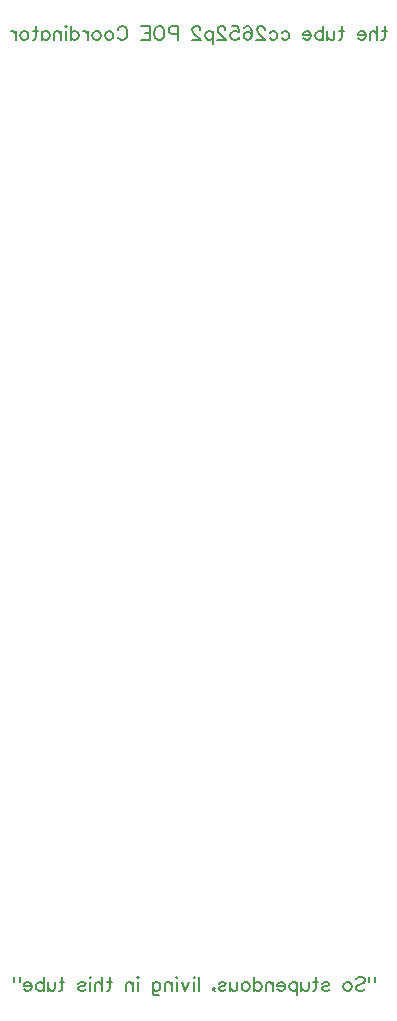
<source format=gbo>
G04 Layer: BottomSilkLayer*
G04 EasyEDA v6.4.25, 2021-10-28T21:51:33--4:00*
G04 88f9fe5a47094e6790728aceff35a815,7db2125e4611476bb2993bf99425ef50,10*
G04 Gerber Generator version 0.2*
G04 Scale: 100 percent, Rotated: No, Reflected: No *
G04 Dimensions in inches *
G04 leading zeros omitted , absolute positions ,3 integer and 6 decimal *
%FSLAX36Y36*%
%MOIN*%

%ADD26C,0.0080*%

%LPD*%
D26*
X1908558Y-2637327D02*
G01*
X1908558Y-2673832D01*
X1906409Y-2680275D01*
X1902115Y-2682422D01*
X1897820Y-2682422D01*
X1915000Y-2652359D02*
G01*
X1899967Y-2652359D01*
X1883647Y-2637327D02*
G01*
X1883647Y-2682422D01*
X1883647Y-2660949D02*
G01*
X1877205Y-2654506D01*
X1872910Y-2652359D01*
X1866468Y-2652359D01*
X1862173Y-2654506D01*
X1860024Y-2660949D01*
X1860024Y-2682422D01*
X1845852Y-2665243D02*
G01*
X1820083Y-2665243D01*
X1820083Y-2660949D01*
X1822229Y-2656653D01*
X1824377Y-2654506D01*
X1828671Y-2652359D01*
X1835114Y-2652359D01*
X1839409Y-2654506D01*
X1843705Y-2658800D01*
X1845852Y-2665243D01*
X1845852Y-2669537D01*
X1843705Y-2675981D01*
X1839409Y-2680275D01*
X1835114Y-2682422D01*
X1828671Y-2682422D01*
X1824377Y-2680275D01*
X1820083Y-2675981D01*
X1766396Y-2637327D02*
G01*
X1766396Y-2673832D01*
X1764248Y-2680275D01*
X1759953Y-2682422D01*
X1755658Y-2682422D01*
X1772839Y-2652359D02*
G01*
X1757806Y-2652359D01*
X1741486Y-2652359D02*
G01*
X1741486Y-2673832D01*
X1739337Y-2680275D01*
X1735042Y-2682422D01*
X1728600Y-2682422D01*
X1724305Y-2680275D01*
X1717863Y-2673832D01*
X1717863Y-2652359D02*
G01*
X1717863Y-2682422D01*
X1703689Y-2637327D02*
G01*
X1703689Y-2682422D01*
X1703689Y-2658800D02*
G01*
X1699395Y-2654506D01*
X1695101Y-2652359D01*
X1688657Y-2652359D01*
X1684363Y-2654506D01*
X1680068Y-2658800D01*
X1677920Y-2665243D01*
X1677920Y-2669537D01*
X1680068Y-2675981D01*
X1684363Y-2680275D01*
X1688657Y-2682422D01*
X1695101Y-2682422D01*
X1699395Y-2680275D01*
X1703689Y-2675981D01*
X1663747Y-2665243D02*
G01*
X1637978Y-2665243D01*
X1637978Y-2660949D01*
X1640126Y-2656653D01*
X1642272Y-2654506D01*
X1646567Y-2652359D01*
X1653010Y-2652359D01*
X1657304Y-2654506D01*
X1661599Y-2658800D01*
X1663747Y-2665243D01*
X1663747Y-2669537D01*
X1661599Y-2675981D01*
X1657304Y-2680275D01*
X1653010Y-2682422D01*
X1646567Y-2682422D01*
X1642272Y-2680275D01*
X1637978Y-2675981D01*
X1564965Y-2658800D02*
G01*
X1569260Y-2654506D01*
X1573554Y-2652359D01*
X1579997Y-2652359D01*
X1584291Y-2654506D01*
X1588586Y-2658800D01*
X1590734Y-2665243D01*
X1590734Y-2669537D01*
X1588586Y-2675981D01*
X1584291Y-2680275D01*
X1579997Y-2682422D01*
X1573554Y-2682422D01*
X1569260Y-2680275D01*
X1564965Y-2675981D01*
X1525021Y-2658800D02*
G01*
X1529317Y-2654506D01*
X1533612Y-2652359D01*
X1540054Y-2652359D01*
X1544349Y-2654506D01*
X1548644Y-2658800D01*
X1550792Y-2665243D01*
X1550792Y-2669537D01*
X1548644Y-2675981D01*
X1544349Y-2680275D01*
X1540054Y-2682422D01*
X1533612Y-2682422D01*
X1529317Y-2680275D01*
X1525021Y-2675981D01*
X1508702Y-2648063D02*
G01*
X1508702Y-2645916D01*
X1506553Y-2641621D01*
X1504407Y-2639474D01*
X1500111Y-2637327D01*
X1491522Y-2637327D01*
X1487227Y-2639474D01*
X1485079Y-2641621D01*
X1482932Y-2645916D01*
X1482932Y-2650210D01*
X1485079Y-2654506D01*
X1489375Y-2660949D01*
X1510848Y-2682422D01*
X1480784Y-2682422D01*
X1440842Y-2643769D02*
G01*
X1442988Y-2639474D01*
X1449431Y-2637327D01*
X1453726Y-2637327D01*
X1460168Y-2639474D01*
X1464463Y-2645916D01*
X1466611Y-2656653D01*
X1466611Y-2667390D01*
X1464463Y-2675981D01*
X1460168Y-2680275D01*
X1453726Y-2682422D01*
X1451579Y-2682422D01*
X1445137Y-2680275D01*
X1440842Y-2675981D01*
X1438694Y-2669537D01*
X1438694Y-2667390D01*
X1440842Y-2660949D01*
X1445137Y-2656653D01*
X1451579Y-2654506D01*
X1453726Y-2654506D01*
X1460168Y-2656653D01*
X1464463Y-2660949D01*
X1466611Y-2667390D01*
X1398752Y-2637327D02*
G01*
X1420226Y-2637327D01*
X1422373Y-2656653D01*
X1420226Y-2654506D01*
X1413783Y-2652359D01*
X1407341Y-2652359D01*
X1400898Y-2654506D01*
X1396603Y-2658800D01*
X1394457Y-2665243D01*
X1394457Y-2669537D01*
X1396603Y-2675981D01*
X1400898Y-2680275D01*
X1407341Y-2682422D01*
X1413783Y-2682422D01*
X1420226Y-2680275D01*
X1422373Y-2678128D01*
X1424521Y-2673832D01*
X1378136Y-2648063D02*
G01*
X1378136Y-2645916D01*
X1375988Y-2641621D01*
X1373841Y-2639474D01*
X1369547Y-2637327D01*
X1360956Y-2637327D01*
X1356661Y-2639474D01*
X1354513Y-2641621D01*
X1352367Y-2645916D01*
X1352367Y-2650210D01*
X1354513Y-2654506D01*
X1358809Y-2660949D01*
X1380284Y-2682422D01*
X1350218Y-2682422D01*
X1336045Y-2652359D02*
G01*
X1336045Y-2697455D01*
X1336045Y-2658800D02*
G01*
X1331751Y-2654506D01*
X1327456Y-2652359D01*
X1321013Y-2652359D01*
X1316719Y-2654506D01*
X1312424Y-2658800D01*
X1310276Y-2665243D01*
X1310276Y-2669537D01*
X1312424Y-2675981D01*
X1316719Y-2680275D01*
X1321013Y-2682422D01*
X1327456Y-2682422D01*
X1331751Y-2680275D01*
X1336045Y-2675981D01*
X1293955Y-2648063D02*
G01*
X1293955Y-2645916D01*
X1291809Y-2641621D01*
X1289660Y-2639474D01*
X1285366Y-2637327D01*
X1276777Y-2637327D01*
X1272482Y-2639474D01*
X1270334Y-2641621D01*
X1268186Y-2645916D01*
X1268186Y-2650210D01*
X1270334Y-2654506D01*
X1274629Y-2660949D01*
X1296103Y-2682422D01*
X1266039Y-2682422D01*
X1218795Y-2637327D02*
G01*
X1218795Y-2682422D01*
X1218795Y-2637327D02*
G01*
X1199467Y-2637327D01*
X1193025Y-2639474D01*
X1190878Y-2641621D01*
X1188730Y-2645916D01*
X1188730Y-2652359D01*
X1190878Y-2656653D01*
X1193025Y-2658800D01*
X1199467Y-2660949D01*
X1218795Y-2660949D01*
X1161673Y-2637327D02*
G01*
X1165968Y-2639474D01*
X1170263Y-2643769D01*
X1172409Y-2648063D01*
X1174557Y-2654506D01*
X1174557Y-2665243D01*
X1172409Y-2671685D01*
X1170263Y-2675981D01*
X1165968Y-2680275D01*
X1161673Y-2682422D01*
X1153082Y-2682422D01*
X1148788Y-2680275D01*
X1144493Y-2675981D01*
X1142345Y-2671685D01*
X1140198Y-2665243D01*
X1140198Y-2654506D01*
X1142345Y-2648063D01*
X1144493Y-2643769D01*
X1148788Y-2639474D01*
X1153082Y-2637327D01*
X1161673Y-2637327D01*
X1126024Y-2637327D02*
G01*
X1126024Y-2682422D01*
X1126024Y-2637327D02*
G01*
X1098108Y-2637327D01*
X1126024Y-2658800D02*
G01*
X1108846Y-2658800D01*
X1126024Y-2682422D02*
G01*
X1098108Y-2682422D01*
X1018652Y-2648063D02*
G01*
X1020799Y-2643769D01*
X1025095Y-2639474D01*
X1029390Y-2637327D01*
X1037979Y-2637327D01*
X1042273Y-2639474D01*
X1046568Y-2643769D01*
X1048716Y-2648063D01*
X1050864Y-2654506D01*
X1050864Y-2665243D01*
X1048716Y-2671685D01*
X1046568Y-2675981D01*
X1042273Y-2680275D01*
X1037979Y-2682422D01*
X1029390Y-2682422D01*
X1025095Y-2680275D01*
X1020799Y-2675981D01*
X1018652Y-2671685D01*
X993742Y-2652359D02*
G01*
X998037Y-2654506D01*
X1002331Y-2658800D01*
X1004479Y-2665243D01*
X1004479Y-2669537D01*
X1002331Y-2675981D01*
X998037Y-2680275D01*
X993742Y-2682422D01*
X987299Y-2682422D01*
X983005Y-2680275D01*
X978710Y-2675981D01*
X976562Y-2669537D01*
X976562Y-2665243D01*
X978710Y-2658800D01*
X983005Y-2654506D01*
X987299Y-2652359D01*
X993742Y-2652359D01*
X951652Y-2652359D02*
G01*
X955946Y-2654506D01*
X960241Y-2658800D01*
X962389Y-2665243D01*
X962389Y-2669537D01*
X960241Y-2675981D01*
X955946Y-2680275D01*
X951652Y-2682422D01*
X945209Y-2682422D01*
X940915Y-2680275D01*
X936620Y-2675981D01*
X934471Y-2669537D01*
X934471Y-2665243D01*
X936620Y-2658800D01*
X940915Y-2654506D01*
X945209Y-2652359D01*
X951652Y-2652359D01*
X920299Y-2652359D02*
G01*
X920299Y-2682422D01*
X920299Y-2665243D02*
G01*
X918152Y-2658800D01*
X913856Y-2654506D01*
X909561Y-2652359D01*
X903118Y-2652359D01*
X863176Y-2637327D02*
G01*
X863176Y-2682422D01*
X863176Y-2658800D02*
G01*
X867471Y-2654506D01*
X871766Y-2652359D01*
X878208Y-2652359D01*
X882503Y-2654506D01*
X886799Y-2658800D01*
X888945Y-2665243D01*
X888945Y-2669537D01*
X886799Y-2675981D01*
X882503Y-2680275D01*
X878208Y-2682422D01*
X871766Y-2682422D01*
X867471Y-2680275D01*
X863176Y-2675981D01*
X849004Y-2637327D02*
G01*
X846855Y-2639474D01*
X844709Y-2637327D01*
X846855Y-2635178D01*
X849004Y-2637327D01*
X846855Y-2652359D02*
G01*
X846855Y-2682422D01*
X830534Y-2652359D02*
G01*
X830534Y-2682422D01*
X830534Y-2660949D02*
G01*
X824093Y-2654506D01*
X819798Y-2652359D01*
X813356Y-2652359D01*
X809061Y-2654506D01*
X806913Y-2660949D01*
X806913Y-2682422D01*
X766971Y-2652359D02*
G01*
X766971Y-2682422D01*
X766971Y-2658800D02*
G01*
X771265Y-2654506D01*
X775560Y-2652359D01*
X782003Y-2652359D01*
X786297Y-2654506D01*
X790592Y-2658800D01*
X792740Y-2665243D01*
X792740Y-2669537D01*
X790592Y-2675981D01*
X786297Y-2680275D01*
X782003Y-2682422D01*
X775560Y-2682422D01*
X771265Y-2680275D01*
X766971Y-2675981D01*
X746354Y-2637327D02*
G01*
X746354Y-2673832D01*
X744207Y-2680275D01*
X739913Y-2682422D01*
X735617Y-2682422D01*
X752797Y-2652359D02*
G01*
X737764Y-2652359D01*
X710707Y-2652359D02*
G01*
X715001Y-2654506D01*
X719297Y-2658800D01*
X721444Y-2665243D01*
X721444Y-2669537D01*
X719297Y-2675981D01*
X715001Y-2680275D01*
X710707Y-2682422D01*
X704265Y-2682422D01*
X699969Y-2680275D01*
X695675Y-2675981D01*
X693528Y-2669537D01*
X693528Y-2665243D01*
X695675Y-2658800D01*
X699969Y-2654506D01*
X704265Y-2652359D01*
X710707Y-2652359D01*
X679355Y-2652359D02*
G01*
X679355Y-2682422D01*
X679355Y-2665243D02*
G01*
X677206Y-2658800D01*
X672912Y-2654506D01*
X668616Y-2652359D01*
X662175Y-2652359D01*
X1874994Y-5807325D02*
G01*
X1874994Y-5822359D01*
X1857815Y-5807325D02*
G01*
X1857815Y-5822359D01*
X1813577Y-5813769D02*
G01*
X1817872Y-5809474D01*
X1824314Y-5807325D01*
X1832905Y-5807325D01*
X1839346Y-5809474D01*
X1843641Y-5813769D01*
X1843641Y-5818063D01*
X1841495Y-5822359D01*
X1839346Y-5824506D01*
X1835051Y-5826653D01*
X1822168Y-5830947D01*
X1817872Y-5833096D01*
X1815725Y-5835243D01*
X1813577Y-5839537D01*
X1813577Y-5845981D01*
X1817872Y-5850275D01*
X1824314Y-5852422D01*
X1832905Y-5852422D01*
X1839346Y-5850275D01*
X1843641Y-5845981D01*
X1788666Y-5822359D02*
G01*
X1792961Y-5824506D01*
X1797256Y-5828800D01*
X1799404Y-5835243D01*
X1799404Y-5839537D01*
X1797256Y-5845981D01*
X1792961Y-5850275D01*
X1788666Y-5852422D01*
X1782224Y-5852422D01*
X1777929Y-5850275D01*
X1773635Y-5845981D01*
X1771486Y-5839537D01*
X1771486Y-5835243D01*
X1773635Y-5828800D01*
X1777929Y-5824506D01*
X1782224Y-5822359D01*
X1788666Y-5822359D01*
X1700621Y-5828800D02*
G01*
X1702768Y-5824506D01*
X1709210Y-5822359D01*
X1715654Y-5822359D01*
X1722096Y-5824506D01*
X1724242Y-5828800D01*
X1722096Y-5833096D01*
X1717800Y-5835243D01*
X1707064Y-5837390D01*
X1702768Y-5839537D01*
X1700621Y-5843833D01*
X1700621Y-5845981D01*
X1702768Y-5850275D01*
X1709210Y-5852422D01*
X1715654Y-5852422D01*
X1722096Y-5850275D01*
X1724242Y-5845981D01*
X1680006Y-5807325D02*
G01*
X1680006Y-5843833D01*
X1677857Y-5850275D01*
X1673563Y-5852422D01*
X1669268Y-5852422D01*
X1686448Y-5822359D02*
G01*
X1671415Y-5822359D01*
X1655095Y-5822359D02*
G01*
X1655095Y-5843833D01*
X1652947Y-5850275D01*
X1648653Y-5852422D01*
X1642209Y-5852422D01*
X1637915Y-5850275D01*
X1631472Y-5843833D01*
X1631472Y-5822359D02*
G01*
X1631472Y-5852422D01*
X1617299Y-5822359D02*
G01*
X1617299Y-5867455D01*
X1617299Y-5828800D02*
G01*
X1613005Y-5824506D01*
X1608710Y-5822359D01*
X1602268Y-5822359D01*
X1597973Y-5824506D01*
X1593678Y-5828800D01*
X1591530Y-5835243D01*
X1591530Y-5839537D01*
X1593678Y-5845981D01*
X1597973Y-5850275D01*
X1602268Y-5852422D01*
X1608710Y-5852422D01*
X1613005Y-5850275D01*
X1617299Y-5845981D01*
X1577357Y-5835243D02*
G01*
X1551588Y-5835243D01*
X1551588Y-5830947D01*
X1553734Y-5826653D01*
X1555883Y-5824506D01*
X1560177Y-5822359D01*
X1566620Y-5822359D01*
X1570915Y-5824506D01*
X1575209Y-5828800D01*
X1577357Y-5835243D01*
X1577357Y-5839537D01*
X1575209Y-5845981D01*
X1570915Y-5850275D01*
X1566620Y-5852422D01*
X1560177Y-5852422D01*
X1555883Y-5850275D01*
X1551588Y-5845981D01*
X1537413Y-5822359D02*
G01*
X1537413Y-5852422D01*
X1537413Y-5830947D02*
G01*
X1530972Y-5824506D01*
X1526676Y-5822359D01*
X1520235Y-5822359D01*
X1515940Y-5824506D01*
X1513792Y-5830947D01*
X1513792Y-5852422D01*
X1473850Y-5807325D02*
G01*
X1473850Y-5852422D01*
X1473850Y-5828800D02*
G01*
X1478145Y-5824506D01*
X1482439Y-5822359D01*
X1488882Y-5822359D01*
X1493176Y-5824506D01*
X1497471Y-5828800D01*
X1499619Y-5835243D01*
X1499619Y-5839537D01*
X1497471Y-5845981D01*
X1493176Y-5850275D01*
X1488882Y-5852422D01*
X1482439Y-5852422D01*
X1478145Y-5850275D01*
X1473850Y-5845981D01*
X1448939Y-5822359D02*
G01*
X1453234Y-5824506D01*
X1457529Y-5828800D01*
X1459675Y-5835243D01*
X1459675Y-5839537D01*
X1457529Y-5845981D01*
X1453234Y-5850275D01*
X1448939Y-5852422D01*
X1442497Y-5852422D01*
X1438202Y-5850275D01*
X1433906Y-5845981D01*
X1431759Y-5839537D01*
X1431759Y-5835243D01*
X1433906Y-5828800D01*
X1438202Y-5824506D01*
X1442497Y-5822359D01*
X1448939Y-5822359D01*
X1417586Y-5822359D02*
G01*
X1417586Y-5843833D01*
X1415438Y-5850275D01*
X1411144Y-5852422D01*
X1404701Y-5852422D01*
X1400406Y-5850275D01*
X1393963Y-5843833D01*
X1393963Y-5822359D02*
G01*
X1393963Y-5852422D01*
X1356168Y-5828800D02*
G01*
X1358316Y-5824506D01*
X1364759Y-5822359D01*
X1371201Y-5822359D01*
X1377644Y-5824506D01*
X1379790Y-5828800D01*
X1377644Y-5833096D01*
X1373348Y-5835243D01*
X1362610Y-5837390D01*
X1358316Y-5839537D01*
X1356168Y-5843833D01*
X1356168Y-5845981D01*
X1358316Y-5850275D01*
X1364759Y-5852422D01*
X1371201Y-5852422D01*
X1377644Y-5850275D01*
X1379790Y-5845981D01*
X1337700Y-5843833D02*
G01*
X1339848Y-5845981D01*
X1341995Y-5843833D01*
X1339848Y-5841686D01*
X1337700Y-5843833D01*
X1337700Y-5848128D01*
X1341995Y-5852422D01*
X1290456Y-5807325D02*
G01*
X1290456Y-5852422D01*
X1276283Y-5807325D02*
G01*
X1274135Y-5809474D01*
X1271989Y-5807325D01*
X1274135Y-5805178D01*
X1276283Y-5807325D01*
X1274135Y-5822359D02*
G01*
X1274135Y-5852422D01*
X1257815Y-5822359D02*
G01*
X1244930Y-5852422D01*
X1232046Y-5822359D02*
G01*
X1244930Y-5852422D01*
X1217872Y-5807325D02*
G01*
X1215725Y-5809474D01*
X1213577Y-5807325D01*
X1215725Y-5805178D01*
X1217872Y-5807325D01*
X1215725Y-5822359D02*
G01*
X1215725Y-5852422D01*
X1199404Y-5822359D02*
G01*
X1199404Y-5852422D01*
X1199404Y-5830947D02*
G01*
X1192961Y-5824506D01*
X1188666Y-5822359D01*
X1182224Y-5822359D01*
X1177929Y-5824506D01*
X1175781Y-5830947D01*
X1175781Y-5852422D01*
X1135839Y-5822359D02*
G01*
X1135839Y-5856718D01*
X1137987Y-5863159D01*
X1140135Y-5865308D01*
X1144430Y-5867455D01*
X1150871Y-5867455D01*
X1155167Y-5865308D01*
X1135839Y-5828800D02*
G01*
X1140135Y-5824506D01*
X1144430Y-5822359D01*
X1150871Y-5822359D01*
X1155167Y-5824506D01*
X1159462Y-5828800D01*
X1161608Y-5835243D01*
X1161608Y-5839537D01*
X1159462Y-5845981D01*
X1155167Y-5850275D01*
X1150871Y-5852422D01*
X1144430Y-5852422D01*
X1140135Y-5850275D01*
X1135839Y-5845981D01*
X1088595Y-5807325D02*
G01*
X1086448Y-5809474D01*
X1084300Y-5807325D01*
X1086448Y-5805178D01*
X1088595Y-5807325D01*
X1086448Y-5822359D02*
G01*
X1086448Y-5852422D01*
X1070127Y-5822359D02*
G01*
X1070127Y-5852422D01*
X1070127Y-5830947D02*
G01*
X1063684Y-5824506D01*
X1059390Y-5822359D01*
X1052947Y-5822359D01*
X1048653Y-5824506D01*
X1046504Y-5830947D01*
X1046504Y-5852422D01*
X992818Y-5807325D02*
G01*
X992818Y-5843833D01*
X990671Y-5850275D01*
X986377Y-5852422D01*
X982082Y-5852422D01*
X999260Y-5822359D02*
G01*
X984228Y-5822359D01*
X967907Y-5807325D02*
G01*
X967907Y-5852422D01*
X967907Y-5830947D02*
G01*
X961466Y-5824506D01*
X957170Y-5822359D01*
X950729Y-5822359D01*
X946433Y-5824506D01*
X944286Y-5830947D01*
X944286Y-5852422D01*
X930113Y-5807325D02*
G01*
X927965Y-5809474D01*
X925817Y-5807325D01*
X927965Y-5805178D01*
X930113Y-5807325D01*
X927965Y-5822359D02*
G01*
X927965Y-5852422D01*
X888023Y-5828800D02*
G01*
X890169Y-5824506D01*
X896612Y-5822359D01*
X903055Y-5822359D01*
X909498Y-5824506D01*
X911644Y-5828800D01*
X909498Y-5833096D01*
X905203Y-5835243D01*
X894465Y-5837390D01*
X890169Y-5839537D01*
X888023Y-5843833D01*
X888023Y-5845981D01*
X890169Y-5850275D01*
X896612Y-5852422D01*
X903055Y-5852422D01*
X909498Y-5850275D01*
X911644Y-5845981D01*
X834336Y-5807325D02*
G01*
X834336Y-5843833D01*
X832188Y-5850275D01*
X827893Y-5852422D01*
X823599Y-5852422D01*
X840779Y-5822359D02*
G01*
X825747Y-5822359D01*
X809426Y-5822359D02*
G01*
X809426Y-5843833D01*
X807277Y-5850275D01*
X802983Y-5852422D01*
X796540Y-5852422D01*
X792245Y-5850275D01*
X785803Y-5843833D01*
X785803Y-5822359D02*
G01*
X785803Y-5852422D01*
X771630Y-5807325D02*
G01*
X771630Y-5852422D01*
X771630Y-5828800D02*
G01*
X767335Y-5824506D01*
X763041Y-5822359D01*
X756597Y-5822359D01*
X752303Y-5824506D01*
X748009Y-5828800D01*
X745860Y-5835243D01*
X745860Y-5839537D01*
X748009Y-5845981D01*
X752303Y-5850275D01*
X756597Y-5852422D01*
X763041Y-5852422D01*
X767335Y-5850275D01*
X771630Y-5845981D01*
X731687Y-5835243D02*
G01*
X705918Y-5835243D01*
X705918Y-5830947D01*
X708065Y-5826653D01*
X710212Y-5824506D01*
X714508Y-5822359D01*
X720951Y-5822359D01*
X725246Y-5824506D01*
X729540Y-5828800D01*
X731687Y-5835243D01*
X731687Y-5839537D01*
X729540Y-5845981D01*
X725246Y-5850275D01*
X720951Y-5852422D01*
X714508Y-5852422D01*
X710212Y-5850275D01*
X705918Y-5845981D01*
X691745Y-5807325D02*
G01*
X691745Y-5822359D01*
X674565Y-5807325D02*
G01*
X674565Y-5822359D01*
M02*

</source>
